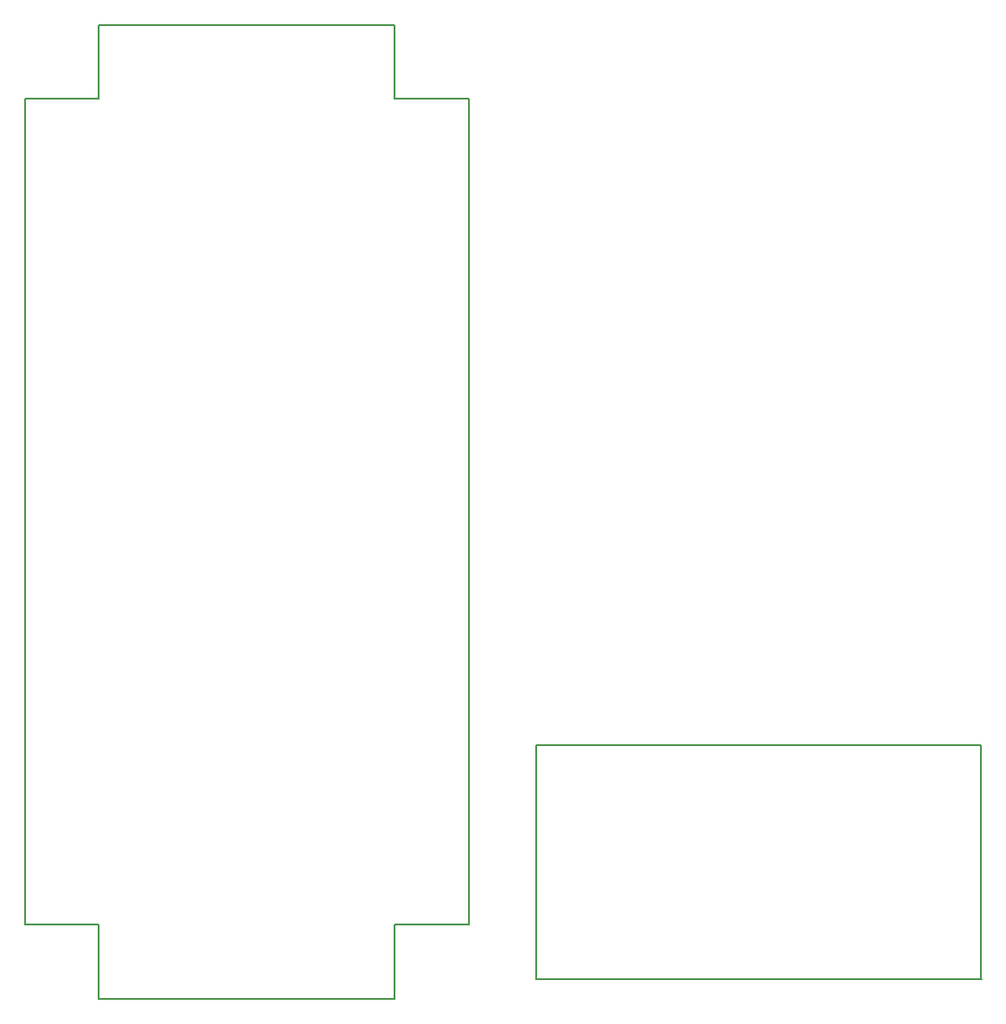
<source format=gbr>
G04 #@! TF.FileFunction,Profile,NP*
%FSLAX46Y46*%
G04 Gerber Fmt 4.6, Leading zero omitted, Abs format (unit mm)*
G04 Created by KiCad (PCBNEW 4.0.6) date 12/28/17 16:00:03*
%MOMM*%
%LPD*%
G01*
G04 APERTURE LIST*
%ADD10C,0.100000*%
%ADD11C,0.150000*%
G04 APERTURE END LIST*
D10*
D11*
X96012000Y-188849000D02*
X96012000Y-110871000D01*
X61087000Y-195834000D02*
X89027000Y-195834000D01*
X61087000Y-188849000D02*
X54102000Y-188849000D01*
X54102000Y-110871000D02*
X54102000Y-188849000D01*
X89027000Y-103886000D02*
X61087000Y-103886000D01*
X144399000Y-171894500D02*
X102362000Y-171894500D01*
X144399000Y-171894500D02*
X144272000Y-171894500D01*
X144399000Y-193992500D02*
X144399000Y-171894500D01*
X102362000Y-193992500D02*
X102362000Y-172021500D01*
X102362000Y-171894500D02*
X102362000Y-172021500D01*
X102438200Y-193967100D02*
X144449800Y-193967100D01*
X61087000Y-110871000D02*
X54102000Y-110871000D01*
X61087000Y-103886000D02*
X61087000Y-110871000D01*
X89027000Y-110871000D02*
X96012000Y-110871000D01*
X89027000Y-103886000D02*
X89027000Y-110871000D01*
X89027000Y-188849000D02*
X89027000Y-195834000D01*
X96012000Y-188849000D02*
X89027000Y-188849000D01*
X61087000Y-188849000D02*
X61087000Y-195834000D01*
M02*

</source>
